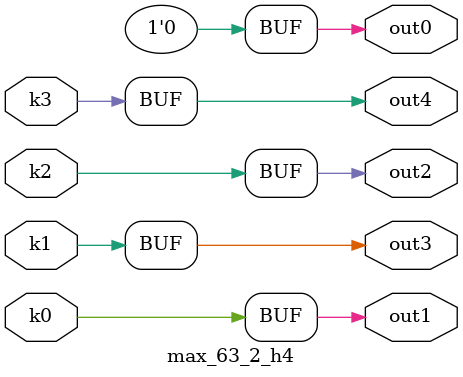
<source format=v>
module max_63_2(pi00, pi01, pi02, pi03, pi04, pi05, pi06, pi07, pi08, pi09, po0, po1, po2, po3, po4);
input pi00, pi01, pi02, pi03, pi04, pi05, pi06, pi07, pi08, pi09;
output po0, po1, po2, po3, po4;
wire k0, k1, k2, k3;
max_63_2_w4 DUT1 (pi00, pi01, pi02, pi03, pi04, pi05, pi06, pi07, pi08, pi09, k0, k1, k2, k3);
max_63_2_h4 DUT2 (k0, k1, k2, k3, po0, po1, po2, po3, po4);
endmodule

module max_63_2_w4(in9, in8, in7, in6, in5, in4, in3, in2, in1, in0, k3, k2, k1, k0);
input in9, in8, in7, in6, in5, in4, in3, in2, in1, in0;
output k3, k2, k1, k0;
assign k0 =   in5 ? in7 : in2;
assign k1 =   ~in0 & ~in6 & ~in1;
assign k2 =   in5 ? in8 : in4;
assign k3 =   (~in6 | (~in0 & ~in1)) & ((~in7 & in2) | (((~in8 & in4) | (~in9 & ~in3)) & (~in8 | in4))) & (~in7 | in2);
endmodule

module max_63_2_h4(k3, k2, k1, k0, out4, out3, out2, out1, out0);
input k3, k2, k1, k0;
output out4, out3, out2, out1, out0;
assign out0 = 0;
assign out1 = k0;
assign out2 = k2;
assign out3 = k1;
assign out4 = k3;
endmodule

</source>
